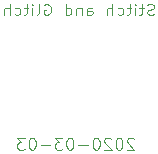
<source format=gbr>
G04 #@! TF.GenerationSoftware,KiCad,Pcbnew,(5.99.0-1023-gd6706c257)*
G04 #@! TF.CreationDate,2020-03-03T23:23:20+01:00*
G04 #@! TF.ProjectId,flex-dip,666c6578-2d64-4697-902e-6b696361645f,rev?*
G04 #@! TF.SameCoordinates,Original*
G04 #@! TF.FileFunction,Legend,Bot*
G04 #@! TF.FilePolarity,Positive*
%FSLAX46Y46*%
G04 Gerber Fmt 4.6, Leading zero omitted, Abs format (unit mm)*
G04 Created by KiCad (PCBNEW (5.99.0-1023-gd6706c257)) date 2020-03-03 23:23:20*
%MOMM*%
%LPD*%
G01*
G04 APERTURE LIST*
%ADD10C,0.101600*%
G04 APERTURE END LIST*
D10*
X125630335Y-61979605D02*
X125485192Y-62022462D01*
X125243287Y-62022462D01*
X125146525Y-61979605D01*
X125098144Y-61936748D01*
X125049763Y-61851034D01*
X125049763Y-61765320D01*
X125098144Y-61679605D01*
X125146525Y-61636748D01*
X125243287Y-61593891D01*
X125436811Y-61551034D01*
X125533573Y-61508177D01*
X125581954Y-61465320D01*
X125630335Y-61379605D01*
X125630335Y-61293891D01*
X125581954Y-61208177D01*
X125533573Y-61165320D01*
X125436811Y-61122462D01*
X125194906Y-61122462D01*
X125049763Y-61165320D01*
X124759478Y-61422462D02*
X124372430Y-61422462D01*
X124614335Y-61122462D02*
X124614335Y-61893891D01*
X124565954Y-61979605D01*
X124469192Y-62022462D01*
X124372430Y-62022462D01*
X124033763Y-62022462D02*
X124033763Y-61422462D01*
X124033763Y-61122462D02*
X124082144Y-61165320D01*
X124033763Y-61208177D01*
X123985382Y-61165320D01*
X124033763Y-61122462D01*
X124033763Y-61208177D01*
X123695097Y-61422462D02*
X123308049Y-61422462D01*
X123549954Y-61122462D02*
X123549954Y-61893891D01*
X123501573Y-61979605D01*
X123404811Y-62022462D01*
X123308049Y-62022462D01*
X122533954Y-61979605D02*
X122630716Y-62022462D01*
X122824240Y-62022462D01*
X122921001Y-61979605D01*
X122969382Y-61936748D01*
X123017763Y-61851034D01*
X123017763Y-61593891D01*
X122969382Y-61508177D01*
X122921001Y-61465320D01*
X122824240Y-61422462D01*
X122630716Y-61422462D01*
X122533954Y-61465320D01*
X122098525Y-62022462D02*
X122098525Y-61122462D01*
X121663097Y-62022462D02*
X121663097Y-61551034D01*
X121711478Y-61465320D01*
X121808240Y-61422462D01*
X121953382Y-61422462D01*
X122050144Y-61465320D01*
X122098525Y-61508177D01*
X119969763Y-62022462D02*
X119969763Y-61551034D01*
X120018144Y-61465320D01*
X120114906Y-61422462D01*
X120308430Y-61422462D01*
X120405192Y-61465320D01*
X119969763Y-61979605D02*
X120066525Y-62022462D01*
X120308430Y-62022462D01*
X120405192Y-61979605D01*
X120453573Y-61893891D01*
X120453573Y-61808177D01*
X120405192Y-61722462D01*
X120308430Y-61679605D01*
X120066525Y-61679605D01*
X119969763Y-61636748D01*
X119485954Y-61422462D02*
X119485954Y-62022462D01*
X119485954Y-61508177D02*
X119437573Y-61465320D01*
X119340811Y-61422462D01*
X119195668Y-61422462D01*
X119098906Y-61465320D01*
X119050525Y-61551034D01*
X119050525Y-62022462D01*
X118131287Y-62022462D02*
X118131287Y-61122462D01*
X118131287Y-61979605D02*
X118228049Y-62022462D01*
X118421573Y-62022462D01*
X118518335Y-61979605D01*
X118566716Y-61936748D01*
X118615097Y-61851034D01*
X118615097Y-61593891D01*
X118566716Y-61508177D01*
X118518335Y-61465320D01*
X118421573Y-61422462D01*
X118228049Y-61422462D01*
X118131287Y-61465320D01*
X116341192Y-61165320D02*
X116437954Y-61122462D01*
X116583097Y-61122462D01*
X116728240Y-61165320D01*
X116825001Y-61251034D01*
X116873382Y-61336748D01*
X116921763Y-61508177D01*
X116921763Y-61636748D01*
X116873382Y-61808177D01*
X116825001Y-61893891D01*
X116728240Y-61979605D01*
X116583097Y-62022462D01*
X116486335Y-62022462D01*
X116341192Y-61979605D01*
X116292811Y-61936748D01*
X116292811Y-61636748D01*
X116486335Y-61636748D01*
X115712240Y-62022462D02*
X115809001Y-61979605D01*
X115857382Y-61893891D01*
X115857382Y-61122462D01*
X115325192Y-62022462D02*
X115325192Y-61422462D01*
X115325192Y-61122462D02*
X115373573Y-61165320D01*
X115325192Y-61208177D01*
X115276811Y-61165320D01*
X115325192Y-61122462D01*
X115325192Y-61208177D01*
X114986525Y-61422462D02*
X114599478Y-61422462D01*
X114841382Y-61122462D02*
X114841382Y-61893891D01*
X114793001Y-61979605D01*
X114696240Y-62022462D01*
X114599478Y-62022462D01*
X113825382Y-61979605D02*
X113922144Y-62022462D01*
X114115668Y-62022462D01*
X114212430Y-61979605D01*
X114260811Y-61936748D01*
X114309192Y-61851034D01*
X114309192Y-61593891D01*
X114260811Y-61508177D01*
X114212430Y-61465320D01*
X114115668Y-61422462D01*
X113922144Y-61422462D01*
X113825382Y-61465320D01*
X113389954Y-62022462D02*
X113389954Y-61122462D01*
X112954525Y-62022462D02*
X112954525Y-61551034D01*
X113002906Y-61465320D01*
X113099668Y-61422462D01*
X113244811Y-61422462D01*
X113341573Y-61465320D01*
X113389954Y-61508177D01*
X123916077Y-72532360D02*
X123867696Y-72483980D01*
X123770934Y-72435599D01*
X123529029Y-72435599D01*
X123432267Y-72483980D01*
X123383886Y-72532360D01*
X123335505Y-72629122D01*
X123335505Y-72725884D01*
X123383886Y-72871027D01*
X123964458Y-73451599D01*
X123335505Y-73451599D01*
X122706553Y-72435599D02*
X122609791Y-72435599D01*
X122513029Y-72483980D01*
X122464648Y-72532360D01*
X122416267Y-72629122D01*
X122367886Y-72822646D01*
X122367886Y-73064551D01*
X122416267Y-73258075D01*
X122464648Y-73354837D01*
X122513029Y-73403218D01*
X122609791Y-73451599D01*
X122706553Y-73451599D01*
X122803315Y-73403218D01*
X122851696Y-73354837D01*
X122900077Y-73258075D01*
X122948458Y-73064551D01*
X122948458Y-72822646D01*
X122900077Y-72629122D01*
X122851696Y-72532360D01*
X122803315Y-72483980D01*
X122706553Y-72435599D01*
X121980839Y-72532360D02*
X121932458Y-72483980D01*
X121835696Y-72435599D01*
X121593791Y-72435599D01*
X121497029Y-72483980D01*
X121448648Y-72532360D01*
X121400267Y-72629122D01*
X121400267Y-72725884D01*
X121448648Y-72871027D01*
X122029220Y-73451599D01*
X121400267Y-73451599D01*
X120771315Y-72435599D02*
X120674553Y-72435599D01*
X120577791Y-72483980D01*
X120529410Y-72532360D01*
X120481029Y-72629122D01*
X120432648Y-72822646D01*
X120432648Y-73064551D01*
X120481029Y-73258075D01*
X120529410Y-73354837D01*
X120577791Y-73403218D01*
X120674553Y-73451599D01*
X120771315Y-73451599D01*
X120868077Y-73403218D01*
X120916458Y-73354837D01*
X120964839Y-73258075D01*
X121013220Y-73064551D01*
X121013220Y-72822646D01*
X120964839Y-72629122D01*
X120916458Y-72532360D01*
X120868077Y-72483980D01*
X120771315Y-72435599D01*
X119997220Y-73064551D02*
X119223124Y-73064551D01*
X118545791Y-72435599D02*
X118449029Y-72435599D01*
X118352267Y-72483980D01*
X118303886Y-72532360D01*
X118255505Y-72629122D01*
X118207124Y-72822646D01*
X118207124Y-73064551D01*
X118255505Y-73258075D01*
X118303886Y-73354837D01*
X118352267Y-73403218D01*
X118449029Y-73451599D01*
X118545791Y-73451599D01*
X118642553Y-73403218D01*
X118690934Y-73354837D01*
X118739315Y-73258075D01*
X118787696Y-73064551D01*
X118787696Y-72822646D01*
X118739315Y-72629122D01*
X118690934Y-72532360D01*
X118642553Y-72483980D01*
X118545791Y-72435599D01*
X117868458Y-72435599D02*
X117239505Y-72435599D01*
X117578172Y-72822646D01*
X117433029Y-72822646D01*
X117336267Y-72871027D01*
X117287886Y-72919408D01*
X117239505Y-73016170D01*
X117239505Y-73258075D01*
X117287886Y-73354837D01*
X117336267Y-73403218D01*
X117433029Y-73451599D01*
X117723315Y-73451599D01*
X117820077Y-73403218D01*
X117868458Y-73354837D01*
X116804077Y-73064551D02*
X116029981Y-73064551D01*
X115352648Y-72435599D02*
X115255886Y-72435599D01*
X115159124Y-72483980D01*
X115110743Y-72532360D01*
X115062362Y-72629122D01*
X115013981Y-72822646D01*
X115013981Y-73064551D01*
X115062362Y-73258075D01*
X115110743Y-73354837D01*
X115159124Y-73403218D01*
X115255886Y-73451599D01*
X115352648Y-73451599D01*
X115449410Y-73403218D01*
X115497791Y-73354837D01*
X115546172Y-73258075D01*
X115594553Y-73064551D01*
X115594553Y-72822646D01*
X115546172Y-72629122D01*
X115497791Y-72532360D01*
X115449410Y-72483980D01*
X115352648Y-72435599D01*
X114675315Y-72435599D02*
X114046362Y-72435599D01*
X114385029Y-72822646D01*
X114239886Y-72822646D01*
X114143124Y-72871027D01*
X114094743Y-72919408D01*
X114046362Y-73016170D01*
X114046362Y-73258075D01*
X114094743Y-73354837D01*
X114143124Y-73403218D01*
X114239886Y-73451599D01*
X114530172Y-73451599D01*
X114626934Y-73403218D01*
X114675315Y-73354837D01*
M02*

</source>
